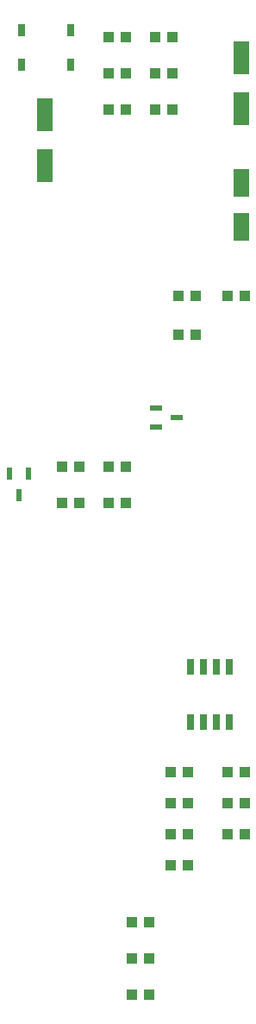
<source format=gbr>
G04 EAGLE Gerber RS-274X export*
G75*
%MOMM*%
%FSLAX34Y34*%
%LPD*%
%INSolderpaste Bottom*%
%IPPOS*%
%AMOC8*
5,1,8,0,0,1.08239X$1,22.5*%
G01*
%ADD10R,0.600000X1.250000*%
%ADD11R,0.650000X1.528000*%
%ADD12R,1.600000X2.800000*%
%ADD13R,1.600000X3.200000*%
%ADD14R,1.100000X1.000000*%
%ADD15R,0.750000X1.200000*%
%ADD16R,1.250000X0.600000*%


D10*
X20930Y551520D03*
X40030Y551520D03*
X30480Y530520D03*
D11*
X237490Y308170D03*
X224790Y308170D03*
X212090Y308170D03*
X199390Y308170D03*
X199390Y362390D03*
X212090Y362390D03*
X224790Y362390D03*
X237490Y362390D03*
D12*
X248920Y836840D03*
X248920Y793840D03*
D13*
X248920Y959720D03*
X248920Y909720D03*
X55880Y853840D03*
X55880Y903840D03*
D14*
X204080Y726440D03*
X187080Y726440D03*
D15*
X81280Y953280D03*
X81280Y987280D03*
X33020Y987280D03*
X33020Y953280D03*
D14*
X181220Y980440D03*
X164220Y980440D03*
X135500Y980440D03*
X118500Y980440D03*
X181220Y944880D03*
X164220Y944880D03*
X135500Y944880D03*
X118500Y944880D03*
X181220Y909320D03*
X164220Y909320D03*
X135500Y909320D03*
X118500Y909320D03*
X252340Y726440D03*
X235340Y726440D03*
D16*
X164760Y597510D03*
X164760Y616610D03*
X185760Y607060D03*
D14*
X204080Y688340D03*
X187080Y688340D03*
X89780Y558800D03*
X72780Y558800D03*
X72780Y523240D03*
X89780Y523240D03*
X252340Y228600D03*
X235340Y228600D03*
X252340Y259080D03*
X235340Y259080D03*
X252340Y198120D03*
X235340Y198120D03*
X135500Y558800D03*
X118500Y558800D03*
X135500Y523240D03*
X118500Y523240D03*
X196460Y259080D03*
X179460Y259080D03*
X196460Y228600D03*
X179460Y228600D03*
X196460Y198120D03*
X179460Y198120D03*
X196460Y167640D03*
X179460Y167640D03*
X158360Y111760D03*
X141360Y111760D03*
X158360Y76200D03*
X141360Y76200D03*
X158360Y40640D03*
X141360Y40640D03*
M02*

</source>
